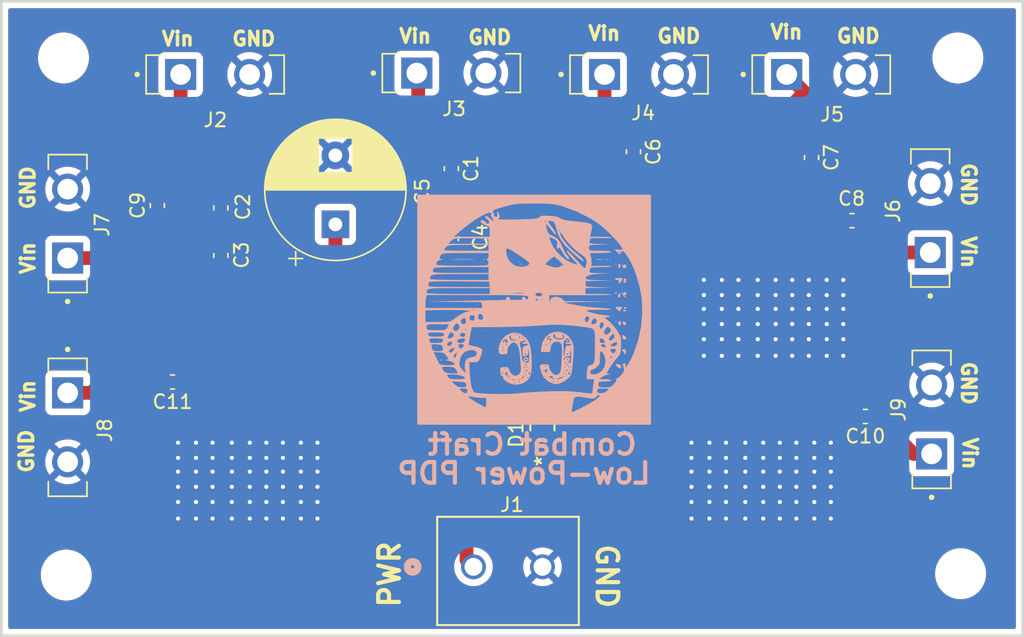
<source format=kicad_pcb>
(kicad_pcb (version 20240108) (generator "pcbnew") (generator_version "8.0")
  (layers (0 "F.Cu" signal) (31 "B.Cu" signal) (34 "B.Paste" user) (35 "F.Paste" user) (36 "B.SilkS" user "B.Silkscreen") (37 "F.SilkS" user "F.Silkscreen") (38 "B.Mask" user) (39 "F.Mask" user) (44 "Edge.Cuts" user))
  (net 0 "")
  (net 1 "GND")
  (net 2 "VCC")
  (footprint "Components:PHOENIX_1933189 (2x1 Connector 5mm pitch" (layer "F.Cu") (at 76.1 29.6)
    (property "Reference" "J3" (at 5.2 1.2 0) (layer "F.SilkS"))
    (property "Value" "1933189" (hide yes))
    (pad "01" thru_hole rect (at 2.5 -1.4) (size 2.25 2.25) (drill 1.5) (layers "*.Cu" "*.Mask") (net 2 "VCC"))
    (pad "02" thru_hole circle (at 7.5 -1.4) (size 2.25 2.25) (drill 1.5) (layers "*.Cu" "*.Mask") (net 1 "GND"))
  )
  (footprint "Capacitor_SMD:C_0603_1608Metric" (layer "F.Cu") (at 94.3 33.9 -90)
    (property "Reference" "C6" (at 0 -1.43 90) (layer "F.SilkS"))
    (property "Value" "0.01uF" (hide yes))
    (pad "1" smd roundrect (at -0.775 0 270) (size 0.9 0.95) (layers "F.Cu" "F.Paste" "F.Mask") (net 2 "VCC"))
    (pad "2" smd roundrect (at 0.775 0 270) (size 0.9 0.95) (layers "F.Cu" "F.Paste" "F.Mask") (net 1 "GND"))
  )
  (footprint "Capacitor_SMD:C_0603_1608Metric" (layer "F.Cu") (at 81.1 40.2 90)
    (property "Reference" "C4" (at 0.1 2.1 -90) (layer "F.SilkS"))
    (property "Value" "0.01uF" (hide yes))
    (pad "1" smd roundrect (at -0.775 0 90) (size 0.9 0.95) (layers "F.Cu" "F.Paste" "F.Mask") (net 2 "VCC"))
    (pad "2" smd roundrect (at 0.775 0 90) (size 0.9 0.95) (layers "F.Cu" "F.Paste" "F.Mask") (net 1 "GND"))
  )
  (footprint "Components:PHOENIX_1933189 (2x1 Connector 5mm pitch" (layer "F.Cu") (at 54.7 44.1125 90)
    (property "Reference" "J7" (at 4.9125 1.1 90) (layer "F.SilkS"))
    (property "Value" "1933189" (hide yes))
    (pad "01" thru_hole rect (at 2.5 -1.4 90) (size 2.25 2.25) (drill 1.5) (layers "*.Cu" "*.Mask") (net 2 "VCC"))
    (pad "02" thru_hole circle (at 7.5 -1.4 90) (size 2.25 2.25) (drill 1.5) (layers "*.Cu" "*.Mask") (net 1 "GND"))
  )
  (footprint "Capacitor_THT:CP_Radial_D10.0mm_P5.00mm" (layer "F.Cu") (at 72.7 39.167677 90)
    (property "Reference" "C5" (at 2.367677 6.3 90) (layer "F.SilkS"))
    (property "Value" "10uF" (hide yes))
    (pad "1" thru_hole rect (at 0 0 90) (size 2 2) (drill 1) (layers "*.Cu" "*.Mask") (net 2 "VCC"))
    (pad "2" thru_hole circle (at 5 0 90) (size 2 2) (drill 1) (layers "*.Cu" "*.Mask") (net 1 "GND"))
  )
  (footprint "Components:PHOENIX_1933189 (2x1 Connector 5mm pitch" (layer "F.Cu") (at 102.9 29.7)
    (property "Reference" "J5" (at 5.8 1.5 0) (layer "F.SilkS"))
    (property "Value" "1933189" (hide yes))
    (pad "01" thru_hole rect (at 2.5 -1.4) (size 2.25 2.25) (drill 1.5) (layers "*.Cu" "*.Mask") (net 2 "VCC"))
    (pad "02" thru_hole circle (at 7.5 -1.4) (size 2.25 2.25) (drill 1.5) (layers "*.Cu" "*.Mask") (net 1 "GND"))
  )
  (footprint "MountingHole:MountingHole_3.2mm_M3" (layer "F.Cu") (at 117.8 27.1)
    (property "Reference" "REF**" (hide yes))
    (property "Value" "MountingHole_3.2mm_M3" (hide yes))
    (pad "" np_thru_hole circle (at 0 0) (size 3.2 3.2) (drill 3.2) (layers "F&B.Cu" "*.Mask"))
  )
  (footprint "Components:PHOENIX_1933189 (2x1 Connector 5mm pitch" (layer "F.Cu") (at 89.7 29.7)
    (property "Reference" "J4" (at 5.3 1.4 0) (layer "F.SilkS"))
    (property "Value" "1933189" (hide yes))
    (pad "01" thru_hole rect (at 2.5 -1.4) (size 2.25 2.25) (drill 1.5) (layers "*.Cu" "*.Mask") (net 2 "VCC"))
    (pad "02" thru_hole circle (at 7.5 -1.4) (size 2.25 2.25) (drill 1.5) (layers "*.Cu" "*.Mask") (net 1 "GND"))
  )
  (footprint "Capacitor_SMD:C_0603_1608Metric" (layer "F.Cu") (at 64.4 41.425 -90)
    (property "Reference" "C3" (at -0.025 -1.5 90) (layer "F.SilkS"))
    (property "Value" "1uF" (hide yes))
    (pad "1" smd roundrect (at -0.775 0 270) (size 0.9 0.95) (layers "F.Cu" "F.Paste" "F.Mask") (net 2 "VCC"))
    (pad "2" smd roundrect (at 0.775 0 270) (size 0.9 0.95) (layers "F.Cu" "F.Paste" "F.Mask") (net 1 "GND"))
  )
  (footprint "Components:PHOENIX_1933189 (2x1 Connector 5mm pitch" (layer "F.Cu") (at 51.9 48.8875 -90)
    (property "Reference" "J8" (at 5.2125 -4.1 90) (layer "F.SilkS"))
    (property "Value" "1933189" (hide yes))
    (pad "01" thru_hole rect (at 2.5 -1.4 270) (size 2.25 2.25) (drill 1.5) (layers "*.Cu" "*.Mask") (net 2 "VCC"))
    (pad "02" thru_hole circle (at 7.5 -1.4 270) (size 2.25 2.25) (drill 1.5) (layers "*.Cu" "*.Mask") (net 1 "GND"))
  )
  (footprint "Capacitor_SMD:C_0603_1608Metric" (layer "F.Cu") (at 110.125 38.9 180)
    (property "Reference" "C8" (at 0.025 1.6 180) (layer "F.SilkS"))
    (property "Value" "0.01uF" (hide yes))
    (pad "1" smd roundrect (at -0.775 0 180) (size 0.9 0.95) (layers "F.Cu" "F.Paste" "F.Mask") (net 2 "VCC"))
    (pad "2" smd roundrect (at 0.775 0 180) (size 0.9 0.95) (layers "F.Cu" "F.Paste" "F.Mask") (net 1 "GND"))
  )
  (footprint "Capacitor_SMD:C_0603_1608Metric" (layer "F.Cu") (at 64.4 37.975 90)
    (property "Reference" "C2" (at 0.075 1.6 -90) (layer "F.SilkS"))
    (property "Value" "0.1uF" (hide yes))
    (pad "1" smd roundrect (at -0.775 0 90) (size 0.9 0.95) (layers "F.Cu" "F.Paste" "F.Mask") (net 2 "VCC"))
    (pad "2" smd roundrect (at 0.775 0 90) (size 0.9 0.95) (layers "F.Cu" "F.Paste" "F.Mask") (net 1 "GND"))
  )
  (footprint "Components:CLAMPDIODE" (layer "F.Cu") (at 87.7 54.4 90)
    (property "Reference" "D1" (at 0 -1.9 90) (layer "F.SilkS"))
    (property "Value" "DZ2S051X0L" (hide yes))
    (fp_text user "*" (at -1.9342 0 90) (layer "F.SilkS"))
    (fp_text user "*" (at -1.9342 0 -90) (layer "F.SilkS"))
    (pad "1" smd rect (at -0.6515 0 90) (size 1.8034 1.0922) (layers "F.Cu" "F.Paste" "F.Mask") (net 2 "VCC"))
    (pad "2" smd rect (at 1.1976 0 90) (size 0.7112 0.8382) (layers "F.Cu" "F.Paste" "F.Mask") (net 1 "GND"))
    (zone (net 0) (net_name "") (layer "F.Cu") (connect_pads (clearance 0)) (min_thickness 0.254)
      (keepout (tracks not_allowed) (vias not_allowed) (pads allowed) (copperpour not_allowed) (footprints allowed))
      (fill (thermal_gap 0.508) (thermal_bridge_width 0.508))
      (polygon (pts (xy 87.0015 54.099) (xy 87.0015 53.6088) (xy 88.3985 53.6088) (xy 88.3985 54.099)))
    )
  )
  (footprint "Capacitor_SMD:C_0603_1608Metric" (layer "F.Cu") (at 107.2 34.325 -90)
    (property "Reference" "C7" (at 0 -1.43 90) (layer "F.SilkS"))
    (property "Value" "0.01uF" (hide yes))
    (pad "1" smd roundrect (at -0.775 0 270) (size 0.9 0.95) (layers "F.Cu" "F.Paste" "F.Mask") (net 2 "VCC"))
    (pad "2" smd roundrect (at 0.775 0 270) (size 0.9 0.95) (layers "F.Cu" "F.Paste" "F.Mask") (net 1 "GND"))
  )
  (footprint "MountingHole:MountingHole_3.2mm_M3" (layer "F.Cu") (at 53 27.1)
    (property "Reference" "REF**" (hide yes))
    (property "Value" "MountingHole_3.2mm_M3" (hide yes))
    (pad "" np_thru_hole circle (at 0 0) (size 3.2 3.2) (drill 3.2) (layers "*.Cu" "*.Mask"))
  )
  (footprint "Capacitor_SMD:C_0603_1608Metric" (layer "F.Cu") (at 111.1 53.1 180)
    (property "Reference" "C10" (at 0 -1.43 180) (layer "F.SilkS"))
    (property "Value" "0.01uF" (hide yes))
    (pad "1" smd roundrect (at -0.775 0 180) (size 0.9 0.95) (layers "F.Cu" "F.Paste" "F.Mask") (net 2 "VCC"))
    (pad "2" smd roundrect (at 0.775 0 180) (size 0.9 0.95) (layers "F.Cu" "F.Paste" "F.Mask") (net 1 "GND"))
  )
  (footprint "Capacitor_SMD:C_0603_1608Metric" (layer "F.Cu") (at 59.8 37.8 90)
    (property "Reference" "C9" (at 0 -1.43 -90) (layer "F.SilkS"))
    (property "Value" "0.01uF" (hide yes))
    (pad "1" smd roundrect (at -0.775 0 90) (size 0.9 0.95) (layers "F.Cu" "F.Paste" "F.Mask") (net 2 "VCC"))
    (pad "2" smd roundrect (at 0.775 0 90) (size 0.9 0.95) (layers "F.Cu" "F.Paste" "F.Mask") (net 1 "GND"))
  )
  (footprint "Components:PHOENIX_1933189 (2x1 Connector 5mm pitch" (layer "F.Cu") (at 117.2 43.7125 90)
    (property "Reference" "J6" (at 5.5125 -4.1 -90) (layer "F.SilkS"))
    (property "Value" "1933189" (hide yes))
    (pad "01" thru_hole rect (at 2.5 -1.4 90) (size 2.25 2.25) (drill 1.5) (layers "*.Cu" "*.Mask") (net 2 "VCC"))
    (pad "02" thru_hole circle (at 7.5 -1.4 90) (size 2.25 2.25) (drill 1.5) (layers "*.Cu" "*.Mask") (net 1 "GND"))
  )
  (footprint "Components:PHOENIX_1933189 (2x1 Connector 5mm pitch" (layer "F.Cu") (at 58.9875 29.7)
    (property "Reference" "J2" (at 5.0125 1.9 0) (layer "F.SilkS"))
    (property "Value" "1933189" (hide yes))
    (pad "01" thru_hole rect (at 2.5 -1.4) (size 2.25 2.25) (drill 1.5) (layers "*.Cu" "*.Mask") (net 2 "VCC"))
    (pad "02" thru_hole circle (at 7.5 -1.4) (size 2.25 2.25) (drill 1.5) (layers "*.Cu" "*.Mask") (net 1 "GND"))
  )
  (footprint "Capacitor_SMD:C_0603_1608Metric" (layer "F.Cu") (at 60.9 50.6 180)
    (property "Reference" "C11" (at 0 -1.43 180) (layer "F.SilkS"))
    (property "Value" "0.01uF" (hide yes))
    (pad "1" smd roundrect (at -0.775 0 180) (size 0.9 0.95) (layers "F.Cu" "F.Paste" "F.Mask") (net 2 "VCC"))
    (pad "2" smd roundrect (at 0.775 0 180) (size 0.9 0.95) (layers "F.Cu" "F.Paste" "F.Mask") (net 1 "GND"))
  )
  (footprint "Components:PHOENIX_1933189 (2x1 Connector 5mm pitch" (layer "F.Cu") (at 117.3 58.3125 90)
    (property "Reference" "J9" (at 5.7125 -3.8 -90) (layer "F.SilkS"))
    (property "Value" "1933189" (hide yes))
    (pad "01" thru_hole rect (at 2.5 -1.4 90) (size 2.25 2.25) (drill 1.5) (layers "*.Cu" "*.Mask") (net 2 "VCC"))
    (pad "02" thru_hole circle (at 7.5 -1.4 90) (size 2.25 2.25) (drill 1.5) (layers "*.Cu" "*.Mask") (net 1 "GND"))
  )
  (footprint "Capacitor_SMD:C_0603_1608Metric" (layer "F.Cu") (at 81.1 35.125 -90)
    (property "Reference" "C1" (at 0 -1.43 90) (layer "F.SilkS"))
    (property "Value" "0.01uF" (hide yes))
    (pad "1" smd roundrect (at -0.775 0 270) (size 0.9 0.95) (layers "F.Cu" "F.Paste" "F.Mask") (net 2 "VCC"))
    (pad "2" smd roundrect (at 0.775 0 270) (size 0.9 0.95) (layers "F.Cu" "F.Paste" "F.Mask") (net 1 "GND"))
  )
  (footprint "Components:CONN2_710002_WRE" (layer "F.Cu") (at 82.7049 64.002701)
    (property "Reference" "J1" (at 2.7951 -4.502701 0) (layer "F.SilkS"))
    (property "Value" "Screw_Terminal_01x02" (hide yes))
    (pad "1" thru_hole circle (at 0 0) (size 1.8034 1.8034) (drill 1.2954) (layers "*.Cu" "*.Mask") (net 2 "VCC"))
    (pad "2" thru_hole circle (at 5 0) (size 1.8034 1.8034) (drill 1.2954) (layers "*.Cu" "*.Mask") (net 1 "GND"))
  )
  (footprint "MountingHole:MountingHole_3.2mm_M3" (layer "F.Cu") (at 53.2 64.6)
    (property "Reference" "REF**" (hide yes))
    (property "Value" "MountingHole_3.2mm_M3" (hide yes))
    (pad "" np_thru_hole circle (at 0 0) (size 3.2 3.2) (drill 3.2) (layers "F&B.Cu" "*.Mask"))
  )
  (footprint "MountingHole:MountingHole_3.2mm_M3" (layer "F.Cu") (at 118 64.5)
    (property "Reference" "REF**" (hide yes))
    (property "Value" "MountingHole_3.2mm_M3" (hide yes))
    (pad "" np_thru_hole circle (at 0 0) (size 3.2 3.2) (drill 3.2) (layers "F&B.Cu" "*.Mask"))
  )
  (footprint "Components:CC-LOGO" (layer "B.Cu") (at 87.1 45.4 180)
    (property "Reference" "G***" (at 0 0 180) (layer "B.SilkS") (effects (font (size 1.5 1.5) (thickness 0.3)) (justify mirror)))
    (property "Value" "LOGO" (hide yes))
  )
  (gr_rect (start 48.5 23) (end 122.5 69) (stroke (width 0.2)) (fill none) (layer "Edge.Cuts"))
  (gr_text "Low-Power PDP" (at 95.7 58.1 0) (layer "B.SilkS") (effects (font (size 1.5 1.5) (thickness 0.3) (bold yes)) (justify left bottom mirror)))
  (gr_text "Combat Craft" (at 94.7 56 0) (layer "B.SilkS") (effects (font (size 1.5 1.5) (thickness 0.3) (bold yes)) (justify left bottom mirror)))
  (gr_text "GND\n" (at 65.1 26.3 0) (layer "F.SilkS") (effects (font (size 1 1) (thickness 0.25) (bold yes)) (justify left bottom)))
  (gr_text "Vin\n" (at 60 26.3 0) (layer "F.SilkS") (effects (font (size 1 1) (thickness 0.25) (bold yes)) (justify left bottom)))
  (gr_text "Vin\n" (at 77.2 26.1 0) (layer "F.SilkS") (effects (font (size 1 1) (thickness 0.25) (bold yes)) (justify left bottom)))
  (gr_text "Vin\n" (at 51 52.9 90) (layer "F.SilkS") (effects (font (size 1 1) (thickness 0.25) (bold yes)) (justify left bottom)))
  (gr_text "Vin\n" (at 118.1 54.5 -90) (layer "F.SilkS") (effects (font (size 1 1) (thickness 0.25) (bold yes)) (justify left bottom)))
  (gr_text "GND\n" (at 108.9 26.1 0) (layer "F.SilkS") (effects (font (size 1 1) (thickness 0.25) (bold yes)) (justify left bottom)))
  (gr_text "Vin\n" (at 104.1 25.8 0) (layer "F.SilkS") (effects (font (size 1 1) (thickness 0.25) (bold yes)) (justify left bottom)))
  (gr_text "Vin\n" (at 51 42.9 90) (layer "F.SilkS") (effects (font (size 1 1) (thickness 0.25) (bold yes)) (justify left bottom)))
  (gr_text "Vin\n" (at 118 39.9 -90) (layer "F.SilkS") (effects (font (size 1 1) (thickness 0.25) (bold yes)) (justify left bottom)))
  (gr_text "GND\n" (at 118 34.6 -90) (layer "F.SilkS") (effects (font (size 1 1) (thickness 0.25) (bold yes)) (justify left bottom)))
  (gr_text "Vin\n" (at 90.9 25.9 0) (layer "F.SilkS") (effects (font (size 1 1) (thickness 0.25) (bold yes)) (justify left bottom)))
  (gr_text "GND\n" (at 51 38.2 90) (layer "F.SilkS") (effects (font (size 1 1) (thickness 0.25) (bold yes)) (justify left bottom)))
  (gr_text "GND\n" (at 118 49 -90) (layer "F.SilkS") (effects (font (size 1 1) (thickness 0.25) (bold yes)) (justify left bottom)))
  (gr_text "GND\n" (at 95.9 26.1 0) (layer "F.SilkS") (effects (font (size 1 1) (thickness 0.25) (bold yes)) (justify left bottom)))
  (gr_text "GND\n" (at 82.2 26.2 0) (layer "F.SilkS") (effects (font (size 1 1) (thickness 0.25) (bold yes)) (justify left bottom)))
  (gr_text "GND\n" (at 50.9 57.3 90) (layer "F.SilkS") (effects (font (size 1 1) (thickness 0.25) (bold yes)) (justify left bottom)))
  (gr_text "PWR\n" (at 77.5 67.1 90) (layer "F.SilkS") (effects (font (size 1.5 1.5) (thickness 0.3) (bold yes)) (justify left bottom)))
  (gr_text "GND\n" (at 91.5 62.2 270) (layer "F.SilkS") (effects (font (size 1.5 1.5) (thickness 0.3) (bold yes)) (justify left bottom)))
  (via (at 103.3 48.7) (size 0.6) (drill 0.3) (layers "F.Cu" "B.Cu") (net 1))
  (via (at 101.9 44.3) (size 0.6) (drill 0.3) (layers "F.Cu" "B.Cu") (net 1))
  (via (at 62.6 57.1) (size 0.6) (drill 0.3) (layers "F.Cu" "B.Cu") (net 1))
  (via (at 107 47.5) (size 0.6) (drill 0.3) (layers "F.Cu" "B.Cu") (net 1))
  (via (at 103.3 45.3) (size 0.6) (drill 0.3) (layers "F.Cu" "B.Cu") (net 1))
  (via (at 107 48.7) (size 0.6) (drill 0.3) (layers "F.Cu" "B.Cu") (net 1))
  (via (at 61.3 59.3) (size 0.6) (drill 0.3) (layers "F.Cu" "B.Cu") (net 1))
  (via (at 61.3 55) (size 0.6) (drill 0.3) (layers "F.Cu" "B.Cu") (net 1))
  (via (at 108.3 43.2) (size 0.6) (drill 0.3) (layers "F.Cu" "B.Cu") (net 1))
  (via (at 109.5 45.3) (size 0.6) (drill 0.3) (layers "F.Cu" "B.Cu") (net 1))
  (via (at 98.5 58.2) (size 0.6) (drill 0.3) (layers "F.Cu" "B.Cu") (net 1))
  (via (at 71.4 59.3) (size 0.6) (drill 0.3) (layers "F.Cu" "B.Cu") (net 1))
  (via (at 98.5 59.3) (size 0.6) (drill 0.3) (layers "F.Cu" "B.Cu") (net 1))
  (via (at 65.2 57.1) (size 0.6) (drill 0.3) (layers "F.Cu" "B.Cu") (net 1))
  (via (at 70.2 60.5) (size 0.6) (drill 0.3) (layers "F.Cu" "B.Cu") (net 1))
  (via (at 66.5 57.1) (size 0.6) (drill 0.3) (layers "F.Cu" "B.Cu") (net 1))
  (via (at 104.9 57.1) (size 0.6) (drill 0.3) (layers "F.Cu" "B.Cu") (net 1))
  (via (at 109.5 47.5) (size 0.6) (drill 0.3) (layers "F.Cu" "B.Cu") (net 1))
  (via (at 106.1 60.5) (size 0.6) (drill 0.3) (layers "F.Cu" "B.Cu") (net 1))
  (via (at 100.7 47.5) (size 0.6) (drill 0.3) (layers "F.Cu" "B.Cu") (net 1))
  (via (at 100.7 48.7) (size 0.6) (drill 0.3) (layers "F.Cu" "B.Cu") (net 1))
  (via (at 61.3 57.1) (size 0.6) (drill 0.3) (layers "F.Cu" "B.Cu") (net 1))
  (via (at 63.8 60.5) (size 0.6) (drill 0.3) (layers "F.Cu" "B.Cu") (net 1))
  (via (at 68.9 56.1) (size 0.6) (drill 0.3) (layers "F.Cu" "B.Cu") (net 1))
  (via (at 107.4 60.5) (size 0.6) (drill 0.3) (layers "F.Cu" "B.Cu") (net 1))
  (via (at 67.7 56.1) (size 0.6) (drill 0.3) (layers "F.Cu" "B.Cu") (net 1))
  (via (at 104.9 58.2) (size 0.6) (drill 0.3) (layers "F.Cu" "B.Cu") (net 1))
  (via (at 62.6 58.2) (size 0.6) (drill 0.3) (layers "F.Cu" "B.Cu") (net 1))
  (via (at 105.8 43.2) (size 0.6) (drill 0.3) (layers "F.Cu" "B.Cu") (net 1))
  (via (at 103.7 57.1) (size 0.6) (drill 0.3) (layers "F.Cu" "B.Cu") (net 1))
  (via (at 100.7 45.3) (size 0.6) (drill 0.3) (layers "F.Cu" "B.Cu") (net 1))
  (via (at 109.5 48.7) (size 0.6) (drill 0.3) (layers "F.Cu" "B.Cu") (net 1))
  (via (at 61.3 56.1) (size 0.6) (drill 0.3) (layers "F.Cu" "B.Cu") (net 1))
  (via (at 107 43.2) (size 0.6) (drill 0.3) (layers "F.Cu" "B.Cu") (net 1))
  (via (at 98.5 56.1) (size 0.6) (drill 0.3) (layers "F.Cu" "B.Cu") (net 1))
  (via (at 108.6 56.1) (size 0.6) (drill 0.3) (layers "F.Cu" "B.Cu") (net 1))
  (via (at 67.7 55) (size 0.6) (drill 0.3) (layers "F.Cu" "B.Cu") (net 1))
  (via (at 105.8 47.5) (size 0.6) (drill 0.3) (layers "F.Cu" "B.Cu") (net 1))
  (via (at 107.4 56.1) (size 0.6) (drill 0.3) (layers "F.Cu" "B.Cu") (net 1))
  (via (at 63.8 59.3) (size 0.6) (drill 0.3) (layers "F.Cu" "B.Cu") (net 1))
  (via (at 98.5 57.1) (size 0.6) (drill 0.3) (layers "F.Cu" "B.Cu") (net 1))
  (via (at 104.9 60.5) (size 0.6) (drill 0.3) (layers "F.Cu" "B.Cu") (net 1))
  (via (at 99.8 55) (size 0.6) (drill 0.3) (layers "F.Cu" "B.Cu") (net 1))
  (via (at 99.4 44.3) (size 0.6) (drill 0.3) (layers "F.Cu" "B.Cu") (net 1))
  (via (at 71.4 55) (size 0.6) (drill 0.3) (layers "F.Cu" "B.Cu") (net 1))
  (via (at 107 46.4) (size 0.6) (drill 0.3) (layers "F.Cu" "B.Cu") (net 1))
  (via (at 101 56.1) (size 0.6) (drill 0.3) (layers "F.Cu" "B.Cu") (net 1))
  (via (at 108.6 60.5) (size 0.6) (drill 0.3) (layers "F.Cu" "B.Cu") (net 1))
  (via (at 71.4 58.2) (size 0.6) (drill 0.3) (layers "F.Cu" "B.Cu") (net 1))
  (via (at 108.3 47.5) (size 0.6) (drill 0.3) (layers "F.Cu" "B.Cu") (net 1))
  (via (at 101.9 48.7) (size 0.6) (drill 0.3) (layers "F.Cu" "B.Cu") (net 1))
  (via (at 107 45.3) (size 0.6) (drill 0.3) (layers "F.Cu" "B.Cu") (net 1))
  (via (at 68.9 59.3) (size 0.6) (drill 0.3) (layers "F.Cu" "B.Cu") (net 1))
  (via (at 99.8 60.5) (size 0.6) (drill 0.3) (layers "F.Cu" "B.Cu") (net 1))
  (via (at 108.6 55) (size 0.6) (drill 0.3) (layers "F.Cu" "B.Cu") (net 1))
  (via (at 105.8 44.3) (size 0.6) (drill 0.3) (layers "F.Cu" "B.Cu") (net 1))
  (via (at 99.4 45.3) (size 0.6) (drill 0.3) (layers "F.Cu" "B.Cu") (net 1))
  (via (at 107.4 59.3) (size 0.6) (drill 0.3) (layers "F.Cu" "B.Cu") (net 1))
  (via (at 105.8 45.3) (size 0.6) (drill 0.3) (layers "F.Cu" "B.Cu") (net 1))
  (via (at 109.5 44.3) (size 0.6) (drill 0.3) (layers "F.Cu" "B.Cu") (net 1))
  (via (at 109.5 43.2) (size 0.6) (drill 0.3) (layers "F.Cu" "B.Cu") (net 1))
  (via (at 104.6 45.3) (size 0.6) (drill 0.3) (layers "F.Cu" "B.Cu") (net 1))
  (via (at 99.4 46.4) (size 0.6) (drill 0.3) (layers "F.Cu" "B.Cu") (net 1))
  (via (at 99.4 47.5) (size 0.6) (drill 0.3) (layers "F.Cu" "B.Cu") (net 1))
  (via (at 65.2 55) (size 0.6) (drill 0.3) (layers "F.Cu" "B.Cu") (net 1))
  (via (at 68.9 58.2) (size 0.6) (drill 0.3) (layers "F.Cu" "B.Cu") (net 1))
  (via (at 105.8 48.7) (size 0.6) (drill 0.3) (layers "F.Cu" "B.Cu") (net 1))
  (via (at 63.8 56.1) (size 0.6) (drill 0.3) (layers "F.Cu" "B.Cu") (net 1))
  (via (at 106.1 55) (size 0.6) (drill 0.3) (layers "F.Cu" "B.Cu") (net 1))
  (via (at 67.7 58.2) (size 0.6) (drill 0.3) (layers "F.Cu" "B.Cu") (net 1))
  (via (at 101 59.3) (size 0.6) (drill 0.3) (layers "F.Cu" "B.Cu") (net 1))
  (via (at 101 55) (size 0.6) (drill 0.3) (layers "F.Cu" "B.Cu") (net 1))
  (via (at 102.4 60.5) (size 0.6) (drill 0.3) (layers "F.Cu" "B.Cu") (net 1))
  (via (at 101 57.1) (size 0.6) (drill 0.3) (layers "F.Cu" "B.Cu") (net 1))
  (via (at 66.5 58.2) (size 0.6) (drill 0.3) (layers "F.Cu" "B.Cu") (net 1))
  (via (at 61.3 58.2) (size 0.6) (drill 0.3) (layers "F.Cu" "B.Cu") (net 1))
  (via (at 70.2 55) (size 0.6) (drill 0.3) (layers "F.Cu" "B.Cu") (net 1))
  (via (at 65.2 60.5) (size 0.6) (drill 0.3) (layers "F.Cu" "B.Cu") (net 1))
  (via (at 101.9 46.4) (size 0.6) (drill 0.3) (layers "F.Cu" "B.Cu") (net 1))
  (via (at 63.8 55) (size 0.6) (drill 0.3) (layers "F.Cu" "B.Cu") (net 1))
  (via (at 70.2 57.1) (size 0.6) (drill 0.3) (layers "F.Cu" "B.Cu") (net 1))
  (via (at 108.6 57.1) (size 0.6) (drill 0.3) (layers "F.Cu" "B.Cu") (net 1))
  (via (at 108.3 46.4) (size 0.6) (drill 0.3) (layers "F.Cu" "B.Cu") (net 1))
  (via (at 99.4 48.7) (size 0.6) (drill 0.3) (layers "F.Cu" "B.Cu") (net 1))
  (via (at 62.6 60.5) (size 0.6) (drill 0.3) (layers "F.Cu" "B.Cu") (net 1))
  (via (at 62.6 59.3) (size 0.6) (drill 0.3) (layers "F.Cu" "B.Cu") (net 1))
  (via (at 104.6 44.3) (size 0.6) (drill 0.3) (layers "F.Cu" "B.Cu") (net 1))
  (via (at 104.9 55) (size 0.6) (drill 0.3) (layers "F.Cu" "B.Cu") (net 1))
  (via (at 70.2 56.1) (size 0.6) (drill 0.3) (layers "F.Cu" "B.Cu") (net 1))
  (via (at 62.6 56.1) (size 0.6) (drill 0.3) (layers "F.Cu" "B.Cu") (net 1))
  (via (at 102.4 55) (size 0.6) (drill 0.3) (layers "F.Cu" "B.Cu") (net 1))
  (via (at 70.2 58.2) (size 0.6) (drill 0.3) (layers "F.Cu" "B.Cu") (net 1))
  (via (at 108.3 44.3) (size 0.6) (drill 0.3) (layers "F.Cu" "B.Cu") (net 1))
  (via (at 104.6 43.2) (size 0.6) (drill 0.3) (layers "F.Cu" "B.Cu") (net 1))
  (via (at 106.1 56.1) (size 0.6) (drill 0.3) (layers "F.Cu" "B.Cu") (net 1))
  (via (at 99.8 59.3) (size 0.6) (drill 0.3) (layers "F.Cu" "B.Cu") (net 1))
  (via (at 107 44.3) (size 0.6) (drill 0.3) (layers "F.Cu" "B.Cu") (net 1))
  (via (at 104.6 47.5) (size 0.6) (drill 0.3) (layers "F.Cu" "B.Cu") (net 1))
  (via (at 62.6 55) (size 0.6) (drill 0.3) (layers "F.Cu" "B.Cu") (net 1))
  (via (at 99.4 43.2) (size 0.6) (drill 0.3) (layers "F.Cu" "B.Cu") (net 1))
  (via (at 103.3 43.2) (size 0.6) (drill 0.3) (layers "F.Cu" "B.Cu") (net 1))
  (via (at 100.7 43.2) (size 0.6) (drill 0.3) (layers "F.Cu" "B.Cu") (net 1))
  (via (at 102.4 57.1) (size 0.6) (drill 0.3) (layers "F.Cu" "B.Cu") (net 1))
  (via (at 108.3 48.7) (size 0.6) (drill 0.3) (layers "F.Cu" "B.Cu") (net 1))
  (via (at 108.6 59.3) (size 0.6) (drill 0.3) (layers "F.Cu" "B.Cu") (net 1))
  (via (at 99.8 58.2) (size 0.6) (drill 0.3) (layers "F.Cu" "B.Cu") (net 1))
  (via (at 101.9 43.2) (size 0.6) (drill 0.3) (layers "F.Cu" "B.Cu") (net 1))
  (via (at 66.5 60.5) (size 0.6) (drill 0.3) (layers "F.Cu" "B.Cu") (net 1))
  (via (at 102.4 59.3) (size 0.6) (drill 0.3) (layers "F.Cu" "B.Cu") (net 1))
  (via (at 103.3 44.3) (size 0.6) (drill 0.3) (layers "F.Cu" "B.Cu") (net 1))
  (via (at 65.2 58.2) (size 0.6) (drill 0.3) (layers "F.Cu" "B.Cu") (net 1))
  (via (at 71.4 57.1) (size 0.6) (drill 0.3) (layers "F.Cu" "B.Cu") (net 1))
  (via (at 71.4 60.5) (size 0.6) (drill 0.3) (layers "F.Cu" "B.Cu") (net 1))
  (via (at 67.7 57.1) (size 0.6) (drill 0.3) (layers "F.Cu" "B.Cu") (net 1))
  (via (at 68.9 60.5) (size 0.6) (drill 0.3) (layers "F.Cu" "B.Cu") (net 1))
  (via (at 99.8 57.1) (size 0.6) (drill 0.3) (layers "F.Cu" "B.Cu") (net 1))
  (via (at 67.7 60.5) (size 0.6) (drill 0.3) (layers "F.Cu" "B.Cu") (net 1))
  (via (at 102.4 58.2) (size 0.6) (drill 0.3) (layers "F.Cu" "B.Cu") (net 1))
  (via (at 108.3 45.3) (size 0.6) (drill 0.3) (layers "F.Cu" "B.Cu") (net 1))
  (via (at 107.4 55) (size 0.6) (drill 0.3) (layers "F.Cu" "B.Cu") (net 1))
  (via (at 107.4 58.2) (size 0.6) (drill 0.3) (layers "F.Cu" "B.Cu") (net 1))
  (via (at 103.7 55) (size 0.6) (drill 0.3) (layers "F.Cu" "B.Cu") (net 1))
  (via (at 98.5 55) (size 0.6) (drill 0.3) (layers "F.Cu" "B.Cu") (net 1))
  (via (at 66.5 55) (size 0.6) (drill 0.3) (layers "F.Cu" "B.Cu") (net 1))
  (via (at 109.5 46.4) (size 0.6) (drill 0.3) (layers "F.Cu" "B.Cu") (net 1))
  (via (at 104.9 56.1) (size 0.6) (drill 0.3) (layers "F.Cu" "B.Cu") (net 1))
  (via (at 103.7 59.3) (size 0.6) (drill 0.3) (layers "F.Cu" "B.Cu") (net 1))
  (via (at 103.7 56.1) (size 0.6) (drill 0.3) (layers "F.Cu" "B.Cu") (net 1))
  (via (at 101 60.5) (size 0.6) (drill 0.3) (layers "F.Cu" "B.Cu") (net 1))
  (via (at 104.6 46.4) (size 0.6) (drill 0.3) (layers "F.Cu" "B.Cu") (net 1))
  (via (at 66.5 59.3) (size 0.6) (drill 0.3) (layers "F.Cu" "B.Cu") (net 1))
  (via (at 65.2 59.3) (size 0.6) (drill 0.3) (layers "F.Cu" "B.Cu") (net 1))
  (via (at 102.4 56.1) (size 0.6) (drill 0.3) (layers "F.Cu" "B.Cu") (net 1))
  (via (at 104.6 48.7) (size 0.6) (drill 0.3) (layers "F.Cu" "B.Cu") (net 1))
  (via (at 68.9 57.1) (size 0.6) (drill 0.3) (layers "F.Cu" "B.Cu") (net 1))
  (via (at 101 58.2) (size 0.6) (drill 0.3) (layers "F.Cu" "B.Cu") (net 1))
  (via (at 100.7 44.3) (size 0.6) (drill 0.3) (layers "F.Cu" "B.Cu") (net 1))
  (via (at 70.2 59.3) (size 0.6) (drill 0.3) (layers "F.Cu" "B.Cu") (net 1))
  (via (at 103.3 46.4) (size 0.6) (drill 0.3) (layers "F.Cu" "B.Cu") (net 1))
  (via (at 106.1 58.2) (size 0.6) (drill 0.3) (layers "F.Cu" "B.Cu") (net 1))
  (via (at 98.5 60.5) (size 0.6) (drill 0.3) (layers "F.Cu" "B.Cu") (net 1))
  (via (at 100.7 46.4) (size 0.6) (drill 0.3) (layers "F.Cu" "B.Cu") (net 1))
  (via (at 103.7 58.2) (size 0.6) (drill 0.3) (layers "F.Cu" "B.Cu") (net 1))
  (via (at 65.2 56.1) (size 0.6) (drill 0.3) (layers "F.Cu" "B.Cu") (net 1))
  (via (at 66.5 56.1) (size 0.6) (drill 0.3) (layers "F.Cu" "B.Cu") (net 1))
  (via (at 103.7 60.5) (size 0.6) (drill 0.3) (layers "F.Cu" "B.Cu") (net 1))
  (via (at 106.1 59.3) (size 0.6) (drill 0.3) (layers "F.Cu" "B.Cu") (net 1))
  (via (at 71.4 56.1) (size 0.6) (drill 0.3) (layers "F.Cu" "B.Cu") (net 1))
  (via (at 61.3 60.5) (size 0.6) (drill 0.3) (layers "F.Cu" "B.Cu") (net 1))
  (via (at 107.4 57.1) (size 0.6) (drill 0.3) (layers "F.Cu" "B.Cu") (net 1))
  (via (at 101.9 45.3) (size 0.6) (drill 0.3) (layers "F.Cu" "B.Cu") (net 1))
  (via (at 103.3 47.5) (size 0.6) (drill 0.3) (layers "F.Cu" "B.Cu") (net 1))
  (via (at 63.8 58.2) (size 0.6) (drill 0.3) (layers "F.Cu" "B.Cu") (net 1))
  (via (at 108.6 58.2) (size 0.6) (drill 0.3) (layers "F.Cu" "B.Cu") (net 1))
  (via (at 99.8 56.1) (size 0.6) (drill 0.3) (layers "F.Cu" "B.Cu") (net 1))
  (via (at 68.9 55) (size 0.6) (drill 0.3) (layers "F.Cu" "B.Cu") (net 1))
  (via (at 104.9 59.3) (size 0.6) (drill 0.3) (layers "F.Cu" "B.Cu") (net 1))
  (via (at 63.8 57.1) (size 0.6) (drill 0.3) (layers "F.Cu" "B.Cu") (net 1))
  (via (at 67.7 59.3) (size 0.6) (drill 0.3) (layers "F.Cu" "B.Cu") (net 1))
  (via (at 106.1 57.1) (size 0.6) (drill 0.3) (layers "F.Cu" "B.Cu") (net 1))
  (via (at 105.8 46.4) (size 0.6) (drill 0.3) (layers "F.Cu" "B.Cu") (net 1))
  (via (at 101.9 47.5) (size 0.6) (drill 0.3) (layers "F.Cu" "B.Cu") (net 1))
  (segment (start 85.7 34.3) (end 85.7 47.4) (width 1) (layer "F.Cu") (net 2))
  (segment (start 55.0125 51.3875) (end 61.4 45) (width 1) (layer "F.Cu") (net 2))
  (segment (start 113.2125 41.2125) (end 110.9 38.9) (width 1) (layer "F.Cu") (net 2))
  (segment (start 115.8 41.2125) (end 113.2125 41.2125) (width 1) (layer "F.Cu") (net 2))
  (segment (start 82.2 63.497801) (end 82.7049 64.002701) (width 1) (layer "F.Cu") (net 2))
  (segment (start 84.6 33.2) (end 85.7 34.3) (width 1) (layer "F.Cu") (net 2))
  (segment (start 72.7 39.167677) (end 72.7 44.8) (width 1) (layer "F.Cu") (net 2))
  (segment (start 78.7 28.3) (end 78.6 28.2) (width 1) (layer "F.Cu") (net 2))
  (segment (start 62.5125 38.4125) (end 62.85 38.75) (width 1) (layer "F.Cu") (net 2))
  (segment (start 61.4 40.6) (end 64.35 40.6) (width 1) (layer "F.Cu") (net 2))
  (segment (start 92.2 28.3) (end 92.2 31.025) (width 1) (layer "F.Cu") (net 2))
  (segment (start 61.4 41.3) (end 61.4 40.6) (width 1) (layer "F.Cu") (net 2))
  (segment (start 61.4 38.5) (end 59.875 38.5) (width 1) (layer "F.Cu") (net 2))
  (segment (start 113.2125 41.2125) (end 112.9 40.9) (width 1) (layer "F.Cu") (net 2))
  (segment (start 69.9 45) (end 79 54.1) (width 1) (layer "F.Cu") (net 2))
  (segment (start 92.2 31.025) (end 94.3 33.125) (width 1) (layer "F.Cu") (net 2))
  (segment (start 88.2 50.9) (end 111.1 50.9) (width 1) (layer "F.Cu") (net 2))
  (segment (start 85.2 47.9) (end 83.85 49.25) (width 1) (layer "F.Cu") (net 2))
  (segment (start 92.2 31.025) (end 92.2 40.9) (width 1) (layer "F.Cu") (net 2))
  (segment (start 85.4515 57.3) (end 87.7 55.0515) (width 1) (layer "F.Cu") (net 2))
  (segment (start 81.1 34.35) (end 81.1 33.7) (width 1) (layer "F.Cu") (net 2))
  (segment (start 72.9 45) (end 76.925 40.975) (width 1) (layer "F.Cu") (net 2))
  (segment (start 53.3 41.6125) (end 61.0875 41.6125) (width 1) (layer "F.Cu") (net 2))
  (segment (start 114.5875 55.8125) (end 111.875 53.1) (width 1) (layer "F.Cu") (net 2))
  (segment (start 61.675 50.6) (end 61.675 45.275) (width 1) (layer "F.Cu") (net 2))
  (segment (start 62.85 38.75) (end 64.4 38.75) (width 1) (layer "F.Cu") (net 2))
  (segment (start 81.1 33.7) (end 80.6 33.2) (width 1) (layer "F.Cu") (net 2))
  (segment (start 82.2 57.3) (end 82.2 63.497801) (width 1) (layer "F.Cu") (net 2))
  (segment (start 69.9 45) (end 72.9 45) (width 1) (layer "F.Cu") (net 2))
  (segment (start 53.3 51.3875) (end 55.0125 51.3875) (width 1) (layer "F.Cu") (net 2))
  (segment (start 95.4 40.9) (end 92.2 40.9) (width 1) (layer "F.Cu") (net 2))
  (segment (start 76.925 40.975) (end 81.1 40.975) (width 1) (layer "F.Cu") (net 2))
  (segment (start 107.2 33.55) (end 107.2 32.325) (width 1) (layer "F.Cu") (net 2))
  (segment (start 61.0875 41.6125) (end 61.4 41.3) (width 1) (layer "F.Cu") (net 2))
  (segment (start 80.6 33.2) (end 78.7 31.3) (width 1) (layer "F.Cu") (net 2))
  (segment (start 61.4875 28.3) (end 61.4875 38.4125) (width 1) (layer "F.Cu") (net 2))
  (segment (start 111.875 51.675) (end 111.875 53.1) (width 1) (layer "F.Cu") (net 2))
  (segment (start 79 54.1) (end 82.2 57.3) (width 1) (layer "F.Cu") (net 2))
  (segment (start 112.9 40.9) (end 95.4 40.9) (width 1) (layer "F.Cu") (net 2))
  (segment (start 61.675 45.275) (end 61.4 45) (width 1) (layer "F.Cu") (net 2))
  (segment (start 115.9 55.8125) (end 114.5875 55.8125) (width 1) (layer "F.Cu") (net 2))
  (segment (start 92.2 40.9) (end 83.85 49.25) (width 1) (layer "F.Cu") (net 2))
  (segment (start 85.7 47.4) (end 85.2 47.9) (width 1) (layer "F.Cu") (net 2))
  (segment (start 80.6 33.2) (end 84.6 33.2) (width 1) (layer "F.Cu") (net 2))
  (segment (start 61.4 38.5) (end 61.4875 38.4125) (width 1) (layer "F.Cu") (net 2))
  (segment (start 59.875 38.5) (end 59.8 38.575) (width 1) (layer "F.Cu") (net 2))
  (segment (start 106.7 29.6) (end 105.4 28.3) (width 1) (layer "F.Cu") (net 2))
  (segment (start 61.4 40.6) (end 61.4 38.5) (width 1) (layer "F.Cu") (net 2))
  (segment (start 107.2 30.1) (end 106.7 29.6) (width 1) (layer "F.Cu") (net 2))
  (segment (start 78.7 31.3) (end 78.7 28.3) (width 1) (layer "F.Cu") (net 2))
  (segment (start 61.4 45) (end 61.4 41.3) (width 1) (layer "F.Cu") (net 2))
  (segment (start 61.4875 38.4125) (end 62.5125 38.4125) (width 1) (layer "F.Cu") (net 2))
  (segment (start 64.35 40.6) (end 64.4 40.65) (width 1) (layer "F.Cu") (net 2))
  (segment (start 61.4 45) (end 69.9 45) (width 1) (layer "F.Cu") (net 2))
  (segment (start 82.2 57.3) (end 85.4515 57.3) (width 1) (layer "F.Cu") (net 2))
  (segment (start 107.2 32.325) (end 107.2 30.1) (width 1) (layer "F.Cu") (net 2))
  (segment (start 72.7 44.8) (end 72.9 45) (width 1) (layer "F.Cu") (net 2))
  (segment (start 111.1 50.9) (end 111.875 51.675) (width 1) (layer "F.Cu") (net 2))
  (segment (start 106.7 29.6) (end 95.4 40.9) (width 1) (layer "F.Cu") (net 2))
  (segment (start 85.2 47.9) (end 88.2 50.9) (width 1) (layer "F.Cu") (net 2))
  (segment (start 83.85 49.25) (end 79 54.1) (width 1) (layer "F.Cu") (net 2))
  (zone (net 1) (net_name "GND") (layers "F&B.Cu") (connect_pads (clearance 0.5)) (min_thickness 0.25) (fill yes (thermal_gap 0.5) (thermal_bridge_width 0.5))
    (polygon (pts (xy 48.5 23) (xy 48.5 69) (xy 122.5 69) (xy 122.5 23)))
  )
)
</source>
